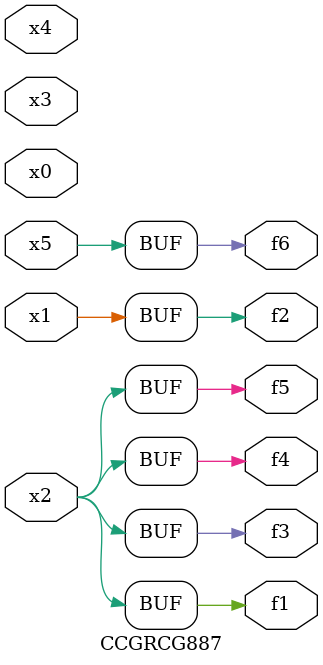
<source format=v>
module CCGRCG887(
	input x0, x1, x2, x3, x4, x5,
	output f1, f2, f3, f4, f5, f6
);
	assign f1 = x2;
	assign f2 = x1;
	assign f3 = x2;
	assign f4 = x2;
	assign f5 = x2;
	assign f6 = x5;
endmodule

</source>
